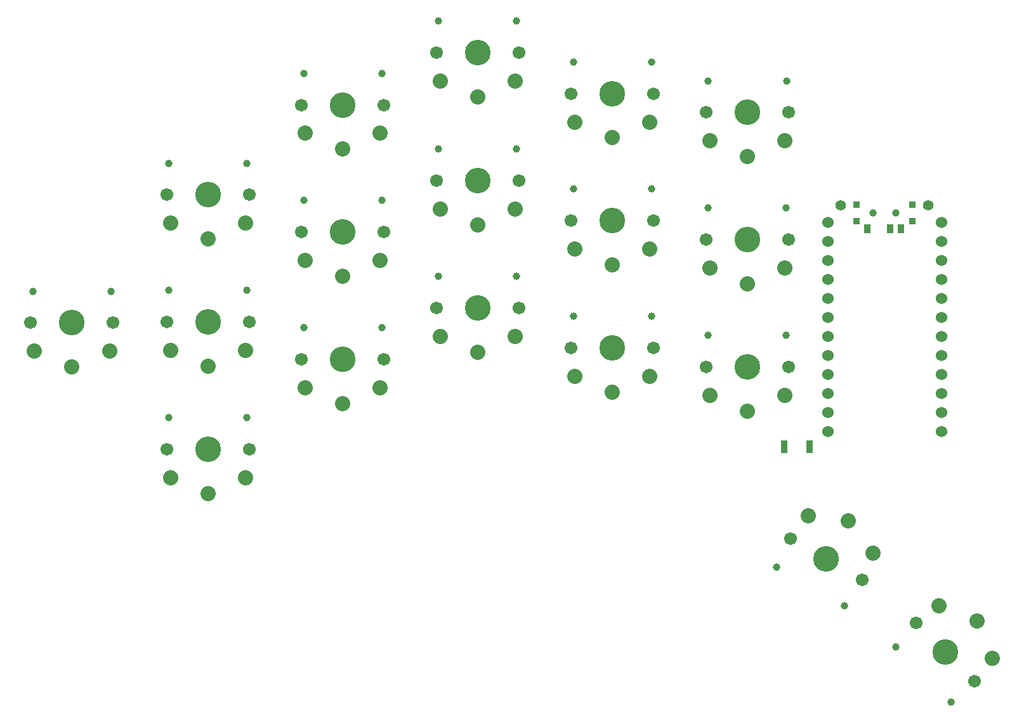
<source format=gbr>
%TF.GenerationSoftware,KiCad,Pcbnew,(6.0.2-0)*%
%TF.CreationDate,2022-03-04T16:04:49-06:00*%
%TF.ProjectId,Exkeylibur,45786b65-796c-4696-9275-722e6b696361,rev?*%
%TF.SameCoordinates,Original*%
%TF.FileFunction,Soldermask,Bot*%
%TF.FilePolarity,Negative*%
%FSLAX46Y46*%
G04 Gerber Fmt 4.6, Leading zero omitted, Abs format (unit mm)*
G04 Created by KiCad (PCBNEW (6.0.2-0)) date 2022-03-04 16:04:49*
%MOMM*%
%LPD*%
G01*
G04 APERTURE LIST*
%ADD10C,1.524000*%
%ADD11C,3.429000*%
%ADD12C,0.990600*%
%ADD13C,1.701800*%
%ADD14C,2.032000*%
%ADD15C,1.397000*%
%ADD16C,1.000000*%
%ADD17R,0.900000X0.900000*%
%ADD18R,0.900000X1.250000*%
%ADD19R,0.900000X1.700000*%
G04 APERTURE END LIST*
D10*
%TO.C,U1*%
X145728935Y-52721212D03*
X145728935Y-55261212D03*
X145728935Y-57801212D03*
X145728935Y-60341212D03*
X145728935Y-62881212D03*
X145728935Y-65421212D03*
X145728935Y-67961212D03*
X145728935Y-70501212D03*
X145728935Y-73041212D03*
X145728935Y-75581212D03*
X145728935Y-78121212D03*
X145728935Y-80661212D03*
X130508935Y-80661212D03*
X130508935Y-78121212D03*
X130508935Y-75581212D03*
X130508935Y-73041212D03*
X130508935Y-70501212D03*
X130508935Y-67961212D03*
X130508935Y-65421212D03*
X130508935Y-62881212D03*
X130508935Y-60341212D03*
X130508935Y-57801212D03*
X130508935Y-55261212D03*
X130508935Y-52721212D03*
%TD*%
D11*
%TO.C,SW16*%
X83795535Y-64151212D03*
D12*
X89015535Y-59951212D03*
D13*
X89295535Y-64151212D03*
D12*
X78575535Y-59951212D03*
D13*
X78295535Y-64151212D03*
D14*
X83795535Y-70051212D03*
X88795535Y-67951212D03*
X78795535Y-67951212D03*
%TD*%
D12*
%TO.C,SW7*%
X132746188Y-103964519D03*
D11*
X130325535Y-97717212D03*
D13*
X135088675Y-100467212D03*
X125562395Y-94967212D03*
D12*
X123704882Y-98744519D03*
D14*
X133275535Y-92607662D03*
X136555662Y-96926315D03*
X127895408Y-91926315D03*
%TD*%
D12*
%TO.C,SW15*%
X71015535Y-66809212D03*
X60575535Y-66809212D03*
D11*
X65795535Y-71009212D03*
D13*
X60295535Y-71009212D03*
X71295535Y-71009212D03*
D14*
X65795535Y-76909212D03*
X70795535Y-74809212D03*
X60795535Y-74809212D03*
%TD*%
D12*
%TO.C,SW13*%
X24440425Y-61916425D03*
D13*
X35160425Y-66116425D03*
D12*
X34880425Y-61916425D03*
D13*
X24160425Y-66116425D03*
D11*
X29660425Y-66116425D03*
D14*
X29660425Y-72016425D03*
X24660425Y-69916425D03*
X34660425Y-69916425D03*
%TD*%
D13*
%TO.C,SW17*%
X96295535Y-69485212D03*
D12*
X96575535Y-65285212D03*
D11*
X101795535Y-69485212D03*
D13*
X107295535Y-69485212D03*
D12*
X107015535Y-65285212D03*
D14*
X101795535Y-75385212D03*
X96795535Y-73285212D03*
X106795535Y-73285212D03*
%TD*%
D11*
%TO.C,SW18*%
X119775535Y-72025212D03*
D12*
X124995535Y-67825212D03*
D13*
X114275535Y-72025212D03*
X125275535Y-72025212D03*
D12*
X114555535Y-67825212D03*
D14*
X119775535Y-77925212D03*
X114775535Y-75825212D03*
X124775535Y-75825212D03*
%TD*%
D11*
%TO.C,SW4*%
X83795535Y-30017212D03*
D12*
X78575535Y-25817212D03*
D13*
X89295535Y-30017212D03*
X78295535Y-30017212D03*
D12*
X89015535Y-25817212D03*
D14*
X83795535Y-35917212D03*
X88795535Y-33817212D03*
X78795535Y-33817212D03*
%TD*%
D12*
%TO.C,SW3*%
X60575535Y-32817212D03*
X71015535Y-32817212D03*
D13*
X71295535Y-37017212D03*
D11*
X65795535Y-37017212D03*
D13*
X60295535Y-37017212D03*
D14*
X65795535Y-42917212D03*
X70795535Y-40817212D03*
X60795535Y-40817212D03*
%TD*%
D11*
%TO.C,SW9*%
X65795535Y-53991212D03*
D12*
X71015535Y-49791212D03*
D13*
X71295535Y-53991212D03*
X60295535Y-53991212D03*
D12*
X60575535Y-49791212D03*
D14*
X65795535Y-59891212D03*
X60795535Y-57791212D03*
X70795535Y-57791212D03*
%TD*%
D11*
%TO.C,SW14*%
X47795535Y-83017212D03*
D13*
X53295535Y-83017212D03*
X42295535Y-83017212D03*
D12*
X42575535Y-78817212D03*
X53015535Y-78817212D03*
D14*
X47795535Y-88917212D03*
X52795535Y-86817212D03*
X42795535Y-86817212D03*
%TD*%
D11*
%TO.C,SW12*%
X119775535Y-55007212D03*
D13*
X125275535Y-55007212D03*
X114275535Y-55007212D03*
D12*
X124995535Y-50807212D03*
X114555535Y-50807212D03*
D14*
X119775535Y-60907212D03*
X124775535Y-58807212D03*
X114775535Y-58807212D03*
%TD*%
D13*
%TO.C,SW11*%
X96295535Y-52467212D03*
D11*
X101795535Y-52467212D03*
D12*
X107015535Y-48267212D03*
X96575535Y-48267212D03*
D13*
X107295535Y-52467212D03*
D14*
X101795535Y-58367212D03*
X96795535Y-56267212D03*
X106795535Y-56267212D03*
%TD*%
D13*
%TO.C,SW8*%
X42295535Y-66017212D03*
D12*
X42575535Y-61817212D03*
D13*
X53295535Y-66017212D03*
D11*
X47795535Y-66017212D03*
D12*
X53015535Y-61817212D03*
D14*
X47795535Y-71917212D03*
X42795535Y-69817212D03*
X52795535Y-69817212D03*
%TD*%
D12*
%TO.C,SW6*%
X125015535Y-33817212D03*
X114575535Y-33817212D03*
D11*
X119795535Y-38017212D03*
D13*
X125295535Y-38017212D03*
X114295535Y-38017212D03*
D14*
X119795535Y-43917212D03*
X124795535Y-41817212D03*
X114795535Y-41817212D03*
%TD*%
D13*
%TO.C,SW5*%
X96295535Y-35517212D03*
D12*
X107015535Y-31317212D03*
X96575535Y-31317212D03*
D13*
X107295535Y-35517212D03*
D11*
X101795535Y-35517212D03*
D14*
X101795535Y-41417212D03*
X96795535Y-39317212D03*
X106795535Y-39317212D03*
%TD*%
D13*
%TO.C,SW2*%
X53295535Y-49017212D03*
D12*
X42575535Y-44817212D03*
D13*
X42295535Y-49017212D03*
D11*
X47795535Y-49017212D03*
D12*
X53015535Y-44817212D03*
D14*
X47795535Y-54917212D03*
X42795535Y-52817212D03*
X52795535Y-52817212D03*
%TD*%
D12*
%TO.C,SW10*%
X89015535Y-42933212D03*
D11*
X83795535Y-47133212D03*
D12*
X78575535Y-42933212D03*
D13*
X78295535Y-47133212D03*
X89295535Y-47133212D03*
D14*
X83795535Y-53033212D03*
X88795535Y-50933212D03*
X78795535Y-50933212D03*
%TD*%
D15*
%TO.C,BT_V1*%
X143905535Y-50435212D03*
%TD*%
%TO.C,BT_GND1*%
X132221535Y-50435212D03*
%TD*%
D16*
%TO.C,PWR_SW1*%
X139566802Y-51454137D03*
X136566802Y-51454137D03*
%TD*%
D13*
%TO.C,SW1*%
X150128622Y-114040724D03*
D12*
X139578589Y-109430388D03*
D13*
X142350448Y-106262550D03*
D12*
X146960784Y-116812583D03*
D11*
X146239535Y-110151637D03*
D14*
X150411465Y-105979707D03*
X152462075Y-111000165D03*
X145391007Y-103929097D03*
%TD*%
D16*
%TO.C,PWR_SW1*%
X139563535Y-51451212D03*
X136563535Y-51451212D03*
D17*
X141763535Y-52551212D03*
X134363535Y-50351212D03*
X141763535Y-50351212D03*
X134363535Y-52551212D03*
D18*
X135813535Y-53526212D03*
X138813535Y-53526212D03*
X140313535Y-53526212D03*
%TD*%
D19*
%TO.C,RSW1*%
X124686802Y-82691637D03*
X128086802Y-82691637D03*
%TD*%
M02*

</source>
